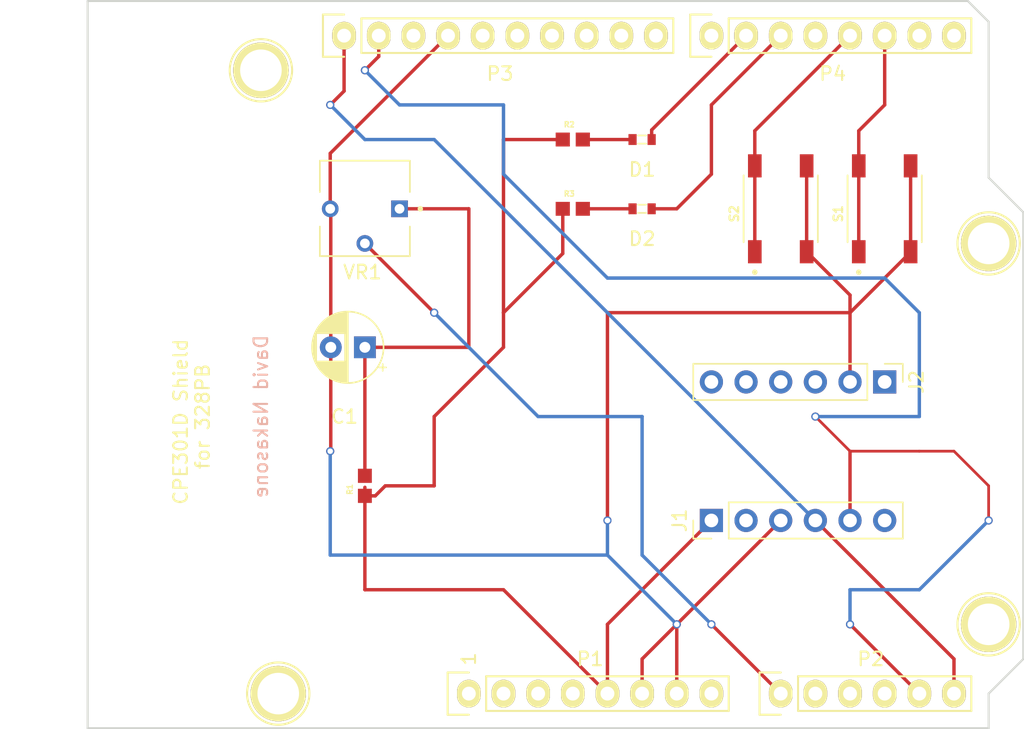
<source format=kicad_pcb>
(kicad_pcb (version 20211014) (generator pcbnew)
  (title_block (date "lun. 30 mars 2015"))
  (layers (0 "F.Cu" signal) (31 "B.Cu" signal) (34 "B.Paste" user) (35 "F.Paste" user) (36 "B.SilkS" user "B.Silkscreen") (37 "F.SilkS" user "F.Silkscreen") (38 "B.Mask" user) (39 "F.Mask" user) (44 "Edge.Cuts" user))
  (net 0 "")
  (net 1 "/IOREF")
  (net 2 "/Reset")
  (net 3 "+5V")
  (net 4 "GND")
  (net 5 "/Vin")
  (net 6 "/A0")
  (net 7 "/A1")
  (net 8 "/A2")
  (net 9 "/A3")
  (net 10 "/AREF")
  (net 11 "/A4(SDA)")
  (net 12 "/A5(SCL)")
  (net 13 "/9(**)")
  (net 14 "/8")
  (net 15 "/7")
  (net 16 "/6(**)")
  (net 17 "/5(**)")
  (net 18 "/4")
  (net 19 "/3(**)")
  (net 20 "/2")
  (net 21 "/1(Tx)")
  (net 22 "/0(Rx)")
  (net 23 "Net-(C1-Pad1)")
  (net 24 "Net-(D1-Pad2)")
  (net 25 "Net-(D2-Pad2)")
  (net 27 "/13(SCK)")
  (net 30 "+3V3")
  (net 31 "/12(MISO)")
  (net 37 "/11(**{slash}MOSI)")
  (net 38 "/10(**{slash}SS)")
  (footprint "Socket_Arduino_Uno:Socket_Strip_Arduino_1x08" (layer "F.Cu") (at 138.938 123.825)
    (fp_text reference "P1" (at 8.89 -2.54) (layer "F.SilkS"))
    (fp_text value "Power")
    (fp_line (start 19.05 1.27) (end 19.05 -1.27) (layer "F.SilkS") (width 0.15))
    (fp_line (start 1.27 1.27) (end 19.05 1.27) (layer "F.SilkS") (width 0.15))
    (fp_line (start 19.05 -1.27) (end 1.27 -1.27) (layer "F.SilkS") (width 0.15))
    (fp_line (start 0 -1.55) (end -1.55 -1.55) (layer "F.SilkS") (width 0.15))
    (fp_line (start -1.55 -1.55) (end -1.55 1.55) (layer "F.SilkS") (width 0.15))
    (fp_line (start -1.55 1.55) (end 0 1.55) (layer "F.SilkS") (width 0.15))
    (fp_line (start 1.27 1.27) (end 1.27 -1.27) (layer "F.SilkS") (width 0.15))
    (pad "1" thru_hole oval locked (at 0 0) (size 1.7272 2.032) (drill 1.016) (layers *.Cu *.Mask "F.SilkS"))
    (pad "2" thru_hole oval locked (at 2.54 0) (size 1.7272 2.032) (drill 1.016) (layers *.Cu *.Mask "F.SilkS") (net 1 "/IOREF"))
    (pad "3" thru_hole oval locked (at 5.08 0) (size 1.7272 2.032) (drill 1.016) (layers *.Cu *.Mask "F.SilkS") (net 2 "/Reset"))
    (pad "4" thru_hole oval locked (at 7.62 0) (size 1.7272 2.032) (drill 1.016) (layers *.Cu *.Mask "F.SilkS") (net 30 "+3V3"))
    (pad "5" thru_hole oval locked (at 10.16 0) (size 1.7272 2.032) (drill 1.016) (layers *.Cu *.Mask "F.SilkS") (net 3 "+5V"))
    (pad "6" thru_hole oval locked (at 12.7 0) (size 1.7272 2.032) (drill 1.016) (layers *.Cu *.Mask "F.SilkS") (net 4 "GND"))
    (pad "7" thru_hole oval locked (at 15.24 0) (size 1.7272 2.032) (drill 1.016) (layers *.Cu *.Mask "F.SilkS") (net 4 "GND"))
    (pad "8" thru_hole oval locked (at 17.78 0) (size 1.7272 2.032) (drill 1.016) (layers *.Cu *.Mask "F.SilkS") (net 5 "/Vin"))
  )
  (footprint "Socket_Arduino_Uno:Socket_Strip_Arduino_1x06" (layer "F.Cu") (at 161.798 123.825)
    (fp_text reference "P2" (at 6.604 -2.54) (layer "F.SilkS"))
    (fp_text value "Analog")
    (fp_line (start 1.27 1.27) (end 1.27 -1.27) (layer "F.SilkS") (width 0.15))
    (fp_line (start 0 -1.55) (end -1.55 -1.55) (layer "F.SilkS") (width 0.15))
    (fp_line (start 13.97 -1.27) (end 1.27 -1.27) (layer "F.SilkS") (width 0.15))
    (fp_line (start 1.27 1.27) (end 13.97 1.27) (layer "F.SilkS") (width 0.15))
    (fp_line (start 13.97 1.27) (end 13.97 -1.27) (layer "F.SilkS") (width 0.15))
    (fp_line (start -1.55 -1.55) (end -1.55 1.55) (layer "F.SilkS") (width 0.15))
    (fp_line (start -1.55 1.55) (end 0 1.55) (layer "F.SilkS") (width 0.15))
    (pad "1" thru_hole oval locked (at 0 0) (size 1.7272 2.032) (drill 1.016) (layers *.Cu *.Mask "F.SilkS") (net 6 "/A0"))
    (pad "2" thru_hole oval locked (at 2.54 0) (size 1.7272 2.032) (drill 1.016) (layers *.Cu *.Mask "F.SilkS") (net 7 "/A1"))
    (pad "3" thru_hole oval locked (at 5.08 0) (size 1.7272 2.032) (drill 1.016) (layers *.Cu *.Mask "F.SilkS") (net 8 "/A2"))
    (pad "4" thru_hole oval locked (at 7.62 0) (size 1.7272 2.032) (drill 1.016) (layers *.Cu *.Mask "F.SilkS") (net 9 "/A3"))
    (pad "5" thru_hole oval locked (at 10.16 0) (size 1.7272 2.032) (drill 1.016) (layers *.Cu *.Mask "F.SilkS") (net 11 "/A4(SDA)"))
    (pad "6" thru_hole oval locked (at 12.7 0) (size 1.7272 2.032) (drill 1.016) (layers *.Cu *.Mask "F.SilkS") (net 12 "/A5(SCL)"))
  )
  (footprint "Socket_Arduino_Uno:Socket_Strip_Arduino_1x10" (layer "F.Cu") (at 129.794 75.565)
    (fp_text reference "P3" (at 11.43 2.794) (layer "F.SilkS"))
    (fp_text value "Digital")
    (fp_line (start -1.55 -1.55) (end -1.55 1.55) (layer "F.SilkS") (width 0.15))
    (fp_line (start 1.27 1.27) (end 24.13 1.27) (layer "F.SilkS") (width 0.15))
    (fp_line (start 24.13 1.27) (end 24.13 -1.27) (layer "F.SilkS") (width 0.15))
    (fp_line (start 24.13 -1.27) (end 1.27 -1.27) (layer "F.SilkS") (width 0.15))
    (fp_line (start 0 -1.55) (end -1.55 -1.55) (layer "F.SilkS") (width 0.15))
    (fp_line (start -1.55 1.55) (end 0 1.55) (layer "F.SilkS") (width 0.15))
    (fp_line (start 1.27 1.27) (end 1.27 -1.27) (layer "F.SilkS") (width 0.15))
    (pad "1" thru_hole oval locked (at 0 0) (size 1.7272 2.032) (drill 1.016) (layers *.Cu *.Mask "F.SilkS") (net 12 "/A5(SCL)"))
    (pad "2" thru_hole oval locked (at 2.54 0) (size 1.7272 2.032) (drill 1.016) (layers *.Cu *.Mask "F.SilkS") (net 11 "/A4(SDA)"))
    (pad "3" thru_hole oval locked (at 5.08 0) (size 1.7272 2.032) (drill 1.016) (layers *.Cu *.Mask "F.SilkS") (net 10 "/AREF"))
    (pad "4" thru_hole oval locked (at 7.62 0) (size 1.7272 2.032) (drill 1.016) (layers *.Cu *.Mask "F.SilkS") (net 4 "GND"))
    (pad "5" thru_hole oval locked (at 10.16 0) (size 1.7272 2.032) (drill 1.016) (layers *.Cu *.Mask "F.SilkS") (net 27 "/13(SCK)"))
    (pad "6" thru_hole oval locked (at 12.7 0) (size 1.7272 2.032) (drill 1.016) (layers *.Cu *.Mask "F.SilkS") (net 31 "/12(MISO)"))
    (pad "7" thru_hole oval locked (at 15.24 0) (size 1.7272 2.032) (drill 1.016) (layers *.Cu *.Mask "F.SilkS") (net 37 "/11(**{slash}MOSI)"))
    (pad "8" thru_hole oval locked (at 17.78 0) (size 1.7272 2.032) (drill 1.016) (layers *.Cu *.Mask "F.SilkS") (net 38 "/10(**{slash}SS)"))
    (pad "9" thru_hole oval locked (at 20.32 0) (size 1.7272 2.032) (drill 1.016) (layers *.Cu *.Mask "F.SilkS") (net 13 "/9(**)"))
    (pad "10" thru_hole oval locked (at 22.86 0) (size 1.7272 2.032) (drill 1.016) (layers *.Cu *.Mask "F.SilkS") (net 14 "/8"))
  )
  (footprint "Socket_Arduino_Uno:Socket_Strip_Arduino_1x08" (layer "F.Cu") (at 156.718 75.565)
    (fp_text reference "P4" (at 8.89 2.794) (layer "F.SilkS"))
    (fp_text value "Digital")
    (fp_line (start 19.05 -1.27) (end 1.27 -1.27) (layer "F.SilkS") (width 0.15))
    (fp_line (start -1.55 1.55) (end 0 1.55) (layer "F.SilkS") (width 0.15))
    (fp_line (start 1.27 1.27) (end 19.05 1.27) (layer "F.SilkS") (width 0.15))
    (fp_line (start 1.27 1.27) (end 1.27 -1.27) (layer "F.SilkS") (width 0.15))
    (fp_line (start 0 -1.55) (end -1.55 -1.55) (layer "F.SilkS") (width 0.15))
    (fp_line (start 19.05 1.27) (end 19.05 -1.27) (layer "F.SilkS") (width 0.15))
    (fp_line (start -1.55 -1.55) (end -1.55 1.55) (layer "F.SilkS") (width 0.15))
    (pad "1" thru_hole oval locked (at 0 0) (size 1.7272 2.032) (drill 1.016) (layers *.Cu *.Mask "F.SilkS") (net 15 "/7"))
    (pad "2" thru_hole oval locked (at 2.54 0) (size 1.7272 2.032) (drill 1.016) (layers *.Cu *.Mask "F.SilkS") (net 16 "/6(**)"))
    (pad "3" thru_hole oval locked (at 5.08 0) (size 1.7272 2.032) (drill 1.016) (layers *.Cu *.Mask "F.SilkS") (net 17 "/5(**)"))
    (pad "4" thru_hole oval locked (at 7.62 0) (size 1.7272 2.032) (drill 1.016) (layers *.Cu *.Mask "F.SilkS") (net 18 "/4"))
    (pad "5" thru_hole oval locked (at 10.16 0) (size 1.7272 2.032) (drill 1.016) (layers *.Cu *.Mask "F.SilkS") (net 19 "/3(**)"))
    (pad "6" thru_hole oval locked (at 12.7 0) (size 1.7272 2.032) (drill 1.016) (layers *.Cu *.Mask "F.SilkS") (net 20 "/2"))
    (pad "7" thru_hole oval locked (at 15.24 0) (size 1.7272 2.032) (drill 1.016) (layers *.Cu *.Mask "F.SilkS") (net 21 "/1(Tx)"))
    (pad "8" thru_hole oval locked (at 17.78 0) (size 1.7272 2.032) (drill 1.016) (layers *.Cu *.Mask "F.SilkS") (net 22 "/0(Rx)"))
  )
  (footprint "Socket_Arduino_Uno:Arduino_1pin" (layer "F.Cu") (at 124.968 123.825)
    (fp_text reference "P5" hide)
    (fp_text value "CONN_01X01" hide)
    (fp_circle (center 0 0) (end 0 -2.286) (layer "F.SilkS") (width 0.15) (fill none))
    (pad "1" thru_hole circle locked (at 0 0) (size 4.064 4.064) (drill 3.048) (layers *.Cu *.Mask "F.SilkS"))
  )
  (footprint "Socket_Arduino_Uno:Arduino_1pin" (layer "F.Cu") (at 177.038 118.745)
    (fp_text reference "P6" hide)
    (fp_text value "CONN_01X01" hide)
    (fp_circle (center 0 0) (end 0 -2.286) (layer "F.SilkS") (width 0.15) (fill none))
    (pad "1" thru_hole circle locked (at 0 0) (size 4.064 4.064) (drill 3.048) (layers *.Cu *.Mask "F.SilkS"))
  )
  (footprint "Socket_Arduino_Uno:Arduino_1pin" (layer "F.Cu") (at 123.698 78.105)
    (fp_text reference "P7" hide)
    (fp_text value "CONN_01X01" hide)
    (fp_circle (center 0 0) (end 0 -2.286) (layer "F.SilkS") (width 0.15) (fill none))
    (pad "1" thru_hole circle locked (at 0 0) (size 4.064 4.064) (drill 3.048) (layers *.Cu *.Mask "F.SilkS"))
  )
  (footprint "Socket_Arduino_Uno:Arduino_1pin" (layer "F.Cu") (at 177.038 90.805)
    (fp_text reference "P8" hide)
    (fp_text value "CONN_01X01" hide)
    (fp_circle (center 0 0) (end 0 -2.286) (layer "F.SilkS") (width 0.15) (fill none))
    (pad "1" thru_hole circle locked (at 0 0) (size 4.064 4.064) (drill 3.048) (layers *.Cu *.Mask "F.SilkS"))
  )
  (footprint "Connector_PinHeader_2.54mm:PinHeader_1x06_P2.54mm_Vertical" (layer "F.Cu") (at 169.418 100.965 -90)
    (fp_text reference "J2" (at 0 -2.33 90) (layer "F.SilkS"))
    (fp_text value "J2")
    (fp_line (start -1.33 14.03) (end 1.33 14.03) (layer "F.SilkS") (width 0.12))
    (fp_line (start -1.33 1.27) (end -1.33 14.03) (layer "F.SilkS") (width 0.12))
    (fp_line (start -1.33 0) (end -1.33 -1.33) (layer "F.SilkS") (width 0.12))
    (fp_line (start -1.33 1.27) (end 1.33 1.27) (layer "F.SilkS") (width 0.12))
    (fp_line (start 1.33 1.27) (end 1.33 14.03) (layer "F.SilkS") (width 0.12))
    (fp_line (start -1.33 -1.33) (end 0 -1.33) (layer "F.SilkS") (width 0.12))
    (pad "1" thru_hole rect (at 0 0 270) (size 1.7 1.7) (drill 1) (layers *.Cu *.Mask))
    (pad "2" thru_hole oval (at 0 2.54 270) (size 1.7 1.7) (drill 1) (layers *.Cu *.Mask) (net 4 "GND"))
    (pad "3" thru_hole oval (at 0 5.08 270) (size 1.7 1.7) (drill 1) (layers *.Cu *.Mask))
    (pad "4" thru_hole oval (at 0 7.62 270) (size 1.7 1.7) (drill 1) (layers *.Cu *.Mask))
    (pad "5" thru_hole oval (at 0 10.16 270) (size 1.7 1.7) (drill 1) (layers *.Cu *.Mask))
    (pad "6" thru_hole oval (at 0 12.7 270) (size 1.7 1.7) (drill 1) (layers *.Cu *.Mask))
  )
  (footprint "partz:RESC1607X60N" (layer "F.Cu") (at 146.558 88.265)
    (fp_text reference "R3" (at -0.26 -1.1) (layer "F.SilkS") (effects (font (size 0.393701 0.393701))))
    (fp_text value "RC0603JR-071KL")
    (pad "1" smd rect locked (at -0.735 0) (size 1.04 1.02) (layers "F.Cu" "F.Paste" "F.Mask") (net 3 "+5V"))
    (pad "2" smd rect locked (at 0.735 0) (size 1.04 1.02) (layers "F.Cu" "F.Paste" "F.Mask") (net 25 "Net-(D2-Pad2)"))
  )
  (footprint "Connector_PinHeader_2.54mm:PinHeader_1x06_P2.54mm_Vertical" (layer "F.Cu") (at 156.718 111.125 90)
    (fp_text reference "J1" (at 0 -2.33 90) (layer "F.SilkS"))
    (fp_text value "J1")
    (fp_line (start -1.33 -1.33) (end 0 -1.33) (layer "F.SilkS") (width 0.12))
    (fp_line (start -1.33 1.27) (end 1.33 1.27) (layer "F.SilkS") (width 0.12))
    (fp_line (start -1.33 1.27) (end -1.33 14.03) (layer "F.SilkS") (width 0.12))
    (fp_line (start 1.33 1.27) (end 1.33 14.03) (layer "F.SilkS") (width 0.12))
    (fp_line (start -1.33 0) (end -1.33 -1.33) (layer "F.SilkS") (width 0.12))
    (fp_line (start -1.33 14.03) (end 1.33 14.03) (layer "F.SilkS") (width 0.12))
    (pad "1" thru_hole rect (at 0 0 90) (size 1.7 1.7) (drill 1) (layers *.Cu *.Mask) (net 3 "+5V"))
    (pad "2" thru_hole oval (at 0 2.54 90) (size 1.7 1.7) (drill 1) (layers *.Cu *.Mask))
    (pad "3" thru_hole oval (at 0 5.08 90) (size 1.7 1.7) (drill 1) (layers *.Cu *.Mask) (net 4 "GND"))
    (pad "4" thru_hole oval (at 0 7.62 90) (size 1.7 1.7) (drill 1) (layers *.Cu *.Mask) (net 12 "/A5(SCL)"))
    (pad "5" thru_hole oval (at 0 10.16 90) (size 1.7 1.7) (drill 1) (layers *.Cu *.Mask) (net 11 "/A4(SDA)"))
    (pad "6" thru_hole oval (at 0 12.7 90) (size 1.7 1.7) (drill 1) (layers *.Cu *.Mask))
  )
  (footprint "digikey-footprints:0603" (layer "F.Cu") (at 151.638 83.185 180)
    (fp_text reference "D1" (at 0 -2.2) (layer "F.SilkS"))
    (fp_text value "LED1")
    (fp_line (start -0.3 0.3) (end 0.3 0.3) (layer "F.SilkS") (width 0.12))
    (fp_line (start -0.3 -0.3) (end 0.3 -0.3) (layer "F.SilkS") (width 0.12))
    (pad "1" smd rect locked (at -0.7 0 180) (size 0.6 0.8) (layers "F.Cu" "F.Paste" "F.Mask") (net 16 "/6(**)"))
    (pad "2" smd rect locked (at 0.7 0 180) (size 0.6 0.8) (layers "F.Cu" "F.Paste" "F.Mask") (net 24 "Net-(D1-Pad2)"))
  )
  (footprint "digikey-footprints:0603" (layer "F.Cu") (at 151.638 88.265 180)
    (fp_text reference "D2" (at 0 -2.2) (layer "F.SilkS"))
    (fp_text value "LED2")
    (fp_line (start -0.3 0.3) (end 0.3 0.3) (layer "F.SilkS") (width 0.12))
    (fp_line (start -0.3 -0.3) (end 0.3 -0.3) (layer "F.SilkS") (width 0.12))
    (pad "1" smd rect locked (at -0.7 0 180) (size 0.6 0.8) (layers "F.Cu" "F.Paste" "F.Mask") (net 17 "/5(**)"))
    (pad "2" smd rect locked (at 0.7 0 180) (size 0.6 0.8) (layers "F.Cu" "F.Paste" "F.Mask") (net 25 "Net-(D2-Pad2)"))
  )
  (footprint "partz:RESC1607X60N" (layer "F.Cu") (at 146.558 83.185)
    (fp_text reference "R2" (at -0.26 -1.1) (layer "F.SilkS") (effects (font (size 0.393701 0.393701))))
    (fp_text value "RC0603JR-071KL")
    (pad "1" smd rect locked (at -0.735 0) (size 1.04 1.02) (layers "F.Cu" "F.Paste" "F.Mask") (net 3 "+5V"))
    (pad "2" smd rect locked (at 0.735 0) (size 1.04 1.02) (layers "F.Cu" "F.Paste" "F.Mask") (net 24 "Net-(D1-Pad2)"))
  )
  (footprint "Capacitor_THT:CP_Radial_D5.0mm_P2.50mm" (layer "F.Cu") (at 131.318 98.425 180)
    (fp_text reference "C1" (at 1.49 -5.08) (layer "F.SilkS"))
    (fp_text value "100nF")
    (fp_line (start 1.57 1.04) (end 1.57 2.561) (layer "F.SilkS") (width 0.12))
    (fp_line (start 3.531 1.04) (end 3.531 1.251) (layer "F.SilkS") (width 0.12))
    (fp_line (start 2.331 1.04) (end 2.331 2.348) (layer "F.SilkS") (width 0.12))
    (fp_line (start 3.331 -1.554) (end 3.331 -1.04) (layer "F.SilkS") (width 0.12))
    (fp_line (start 2.171 -2.414) (end 2.171 -1.04) (layer "F.SilkS") (width 0.12))
    (fp_line (start 3.851 -0.284) (end 3.851 0.284) (layer "F.SilkS") (width 0.12))
    (fp_line (start 2.571 -2.224) (end 2.571 -1.04) (layer "F.SilkS") (width 0.12))
    (fp_line (start 2.171 1.04) (end 2.171 2.414) (layer "F.SilkS") (width 0.12))
    (fp_line (start 3.691 -0.915) (end 3.691 0.915) (layer "F.SilkS") (width 0.12))
    (fp_line (start 2.491 1.04) (end 2.491 2.268) (layer "F.SilkS") (width 0.12))
    (fp_line (start 3.251 -1.653) (end 3.251 -1.04) (layer "F.SilkS") (width 0.12))
    (fp_line (start 1.53 -2.565) (end 1.53 -1.04) (layer "F.SilkS") (width 0.12))
    (fp_line (start 2.731 -2.122) (end 2.731 -1.04) (layer "F.SilkS") (width 0.12))
    (fp_line (start 2.211 -2.398) (end 2.211 -1.04) (layer "F.SilkS") (width 0.12))
    (fp_line (start 1.971 -2.48) (end 1.971 -1.04) (layer "F.SilkS") (width 0.12))
    (fp_line (start 1.69 -2.543) (end 1.69 -1.04) (layer "F.SilkS") (width 0.12))
    (fp_line (start 3.371 1.04) (end 3.371 1.5) (layer "F.SilkS") (width 0.12))
    (fp_line (start 3.611 -1.098) (end 3.611 1.098) (layer "F.SilkS") (width 0.12))
    (fp_line (start 1.85 -2.511) (end 1.85 -1.04) (layer "F.SilkS") (width 0.12))
    (fp_line (start 1.93 -2.491) (end 1.93 -1.04) (layer "F.SilkS") (width 0.12))
    (fp_line (start 3.291 -1.605) (end 3.291 -1.04) (layer "F.SilkS") (width 0.12))
    (fp_line (start 1.69 1.04) (end 1.69 2.543) (layer "F.SilkS") (width 0.12))
    (fp_line (start 2.971 1.04) (end 2.971 1.937) (layer "F.SilkS") (width 0.12))
    (fp_line (start 2.331 -2.348) (end 2.331 -1.04) (layer "F.SilkS") (width 0.12))
    (fp_line (start 2.531 1.04) (end 2.531 2.247) (layer "F.SilkS") (width 0.12))
    (fp_line (start 1.81 -2.52) (end 1.81 -1.04) (layer "F.SilkS") (width 0.12))
    (fp_line (start 1.29 -2.58) (end 1.29 2.58) (layer "F.SilkS") (width 0.12))
    (fp_line (start 2.411 -2.31) (end 2.411 -1.04) (layer "F.SilkS") (width 0.12))
    (fp_line (start 3.171 1.04) (end 3.171 1.743) (layer "F.SilkS") (width 0.12))
    (fp_line (start 3.331 1.04) (end 3.331 1.554) (layer "F.SilkS") (width 0.12))
    (fp_line (start 1.61 1.04) (end 1.61 2.556) (layer "F.SilkS") (width 0.12))
    (fp_line (start 2.891 -2.004) (end 2.891 -1.04) (layer "F.SilkS") (width 0.12))
    (fp_line (start 2.691 1.04) (end 2.691 2.149) (layer "F.SilkS") (width 0.12))
    (fp_line (start 2.451 1.04) (end 2.451 2.29) (layer "F.SilkS") (width 0.12))
    (fp_line (start 3.051 -1.864) (end 3.051 -1.04) (layer "F.SilkS") (width 0.12))
    (fp_line (start 2.771 -2.095) (end 2.771 -1.04) (layer "F.SilkS") (width 0.12))
    (fp_line (start 1.49 1.04) (end 1.49 2.569) (layer "F.SilkS") (width 0.12))
    (fp_line (start 2.291 -2.365) (end 2.291 -1.04) (layer "F.SilkS") (width 0.12))
    (fp_line (start 3.651 -1.011) (end 3.651 1.011) (layer "F.SilkS") (width 0.12))
    (fp_line (start 2.891 1.04) (end 2.891 2.004) (layer "F.SilkS") (width 0.12))
    (fp_line (start 3.291 1.04) (end 3.291 1.605) (layer "F.SilkS") (width 0.12))
    (fp_line (start 2.651 1.04) (end 2.651 2.175) (layer "F.SilkS") (width 0.12))
    (fp_line (start 3.451 1.04) (end 3.451 1.383) (layer "F.SilkS") (width 0.12))
    (fp_line (start 3.811 -0.518) (end 3.811 0.518) (layer "F.SilkS") (width 0.12))
    (fp_line (start 3.211 -1.699) (end 3.211 -1.04) (layer "F.SilkS") (width 0.12))
    (fp_line (start 3.491 1.04) (end 3.491 1.319) (layer "F.SilkS") (width 0.12))
    (fp_line (start 2.531 -2.247) (end 2.531 -1.04) (layer "F.SilkS") (width 0.12))
    (fp_line (start 1.77 1.04) (end 1.77 2.528) (layer "F.SilkS") (width 0.12))
    (fp_line (start 2.771 1.04) (end 2.771 2.095) (layer "F.SilkS") (width 0.12))
    (fp_line (start 1.65 1.04) (end 1.65 2.55) (layer "F.SilkS") (width 0.12))
    (fp_line (start 3.731 -0.805) (end 3.731 0.805) (layer "F.SilkS") (width 0.12))
    (fp_line (start 1.89 1.04) (end 1.89 2.501) (layer "F.SilkS") (width 0.12))
    (fp_line (start 3.131 1.04) (end 3.131 1.785) (layer "F.SilkS") (width 0.12))
    (fp_line (start 2.091 1.04) (end 2.091 2.442) (layer "F.SilkS") (width 0.12))
    (fp_line (start 3.411 1.04) (end 3.411 1.443) (layer "F.SilkS") (width 0.12))
    (fp_line (start 1.45 -2.573) (end 1.45 2.573) (layer "F.SilkS") (width 0.12))
    (fp_line (start 3.091 1.04) (end 3.091 1.826) (layer "F.SilkS") (width 0.12))
    (fp_line (start 1.65 -2.55) (end 1.65 -1.04) (layer "F.SilkS") (width 0.12))
    (fp_line (start 2.611 -2.2) (end 2.611 -1.04) (layer "F.SilkS") (width 0.12))
    (fp_line (start 3.251 1.04) (end 3.251 1.653) (layer "F.SilkS") (width 0.12))
    (fp_line (start 3.771 -0.677) (end 3.771 0.677) (layer "F.SilkS") (width 0.12))
    (fp_line (start 2.811 -2.065) (end 2.811 -1.04) (layer "F.SilkS") (width 0.12))
    (fp_line (start 2.371 -2.329) (end 2.371 -1.04) (layer "F.SilkS") (width 0.12))
    (fp_line (start 2.611 1.04) (end 2.611 2.2) (layer "F.SilkS") (width 0.12))
    (fp_line (start 2.451 -2.29) (end 2.451 -1.04) (layer "F.SilkS") (width 0.12))
    (fp_line (start 2.811 1.04) (end 2.811 2.065) (layer "F.SilkS") (width 0.12))
    (fp_line (start 1.53 1.04) (end 1.53 2.565) (layer "F.SilkS") (width 0.12))
    (fp_line (start 3.411 -1.443) (end 3.411 -1.04) (layer "F.SilkS") (width 0.12))
    (fp_line (start 2.571 1.04) (end 2.571 2.224) (layer "F.SilkS") (width 0.12))
    (fp_line (start 3.211 1.04) (end 3.211 1.699) (layer "F.SilkS") (width 0.12))
    (fp_line (start 1.49 -2.569) (end 1.49 -1.04) (layer "F.SilkS") (width 0.12))
    (fp_line (start 2.691 -2.149) (end 2.691 -1.04) (layer "F.SilkS") (width 0.12))
    (fp_line (start 2.131 1.04) (end 2.131 2.428) (layer "F.SilkS") (width 0.12))
    (fp_line (start 1.93 1.04) (end 1.93 2.491) (layer "F.SilkS") (width 0.12))
    (fp_line (start 2.371 1.04) (end 2.371 2.329) (layer "F.SilkS") (width 0.12))
    (fp_line (start 2.211 1.04) (end 2.211 2.398) (layer "F.SilkS") (width 0.12))
    (fp_line (start 2.291 1.04) (end 2.291 2.365) (layer "F.SilkS") (width 0.12))
    (fp_line (start 3.011 1.04) (end 3.011 1.901) (layer "F.SilkS") (width 0.12))
    (fp_line (start 2.051 1.04) (end 2.051 2.455) (layer "F.SilkS") (width 0.12))
    (fp_line (start 1.971 1.04) (end 1.971 2.48) (layer "F.SilkS") (width 0.12))
    (fp_line (start 1.61 -2.556) (end 1.61 -1.04) (layer "F.SilkS") (width 0.12))
    (fp_line (start 2.651 -2.175) (end 2.651 -1.04) (layer "F.SilkS") (width 0.12))
    (fp_line (start 1.81 1.04) (end 1.81 2.52) (layer "F.SilkS") (width 0.12))
    (fp_line (start 2.131 -2.428) (end 2.131 -1.04) (layer "F.SilkS") (width 0.12))
    (fp_line (start -1.304775 -1.725) (end -1.304775 -1.225) (layer "F.SilkS") (width 0.12))
    (fp_line (start 3.011 -1.901) (end 3.011 -1.04) (layer "F.SilkS") (width 0.12))
    (fp_line (start 2.251 -2.382) (end 2.251 -1.04) (layer "F.SilkS") (width 0.12))
    (fp_line (start 3.571 -1.178) (end 3.571 1.178) (layer "F.SilkS") (width 0.12))
    (fp_line (start 2.051 -2.455) (end 2.051 -1.04) (layer "F.SilkS") (width 0.12))
    (fp_line (start 2.411 1.04) (end 2.411 2.31) (layer "F.SilkS") (width 0.12))
    (fp_line (start 3.371 -1.5) (end 3.371 -1.04) (layer "F.SilkS") (width 0.12))
    (fp_line (start 1.25 -2.58) (end 1.25 2.58) (layer "F.SilkS") (width 0.12))
    (fp_line (start -1.554775 -1.475) (end -1.054775 -1.475) (layer "F.SilkS") (width 0.12))
    (fp_line (start 2.011 1.04) (end 2.011 2.468) (layer "F.SilkS") (width 0.12))
    (fp_line (start 2.851 1.04) (end 2.851 2.035) (layer "F.SilkS") (width 0.12))
    (fp_line (start 1.85 1.04) (end 1.85 2.511) (layer "F.SilkS") (width 0.12))
    (fp_line (start 3.091 -1.826) (end 3.091 -1.04) (layer "F.SilkS") (width 0.12))
    (fp_line (start 1.73 -2.536) (end 1.73 -1.04) (layer "F.SilkS") (width 0.12))
    (fp_line (start 2.011 -2.468) (end 2.011 -1.04) (layer "F.SilkS") (width 0.12))
    (fp_line (start 1.89 -2.501) (end 1.89 -1.04) (layer "F.SilkS") (width 0.12))
    (fp_line (start 1.73 1.04) (end 1.73 2.536) (layer "F.SilkS") (width 0.12))
    (fp_line (start 2.851 -2.035) (end 2.851 -1.04) (layer "F.SilkS") (width 0.12))
    (fp_line (start 2.251 1.04) (end 2.251 2.382) (layer "F.SilkS") (width 0.12))
    (fp_line (start 1.57 -2.561) (end 1.57 -1.04) (layer "F.SilkS") (width 0.12))
    (fp_line (start 3.131 -1.785) (end 3.131 -1.04) (layer "F.SilkS") (width 0.12))
    (fp_line (start 3.531 -1.251) (end 3.531 -1.04) (layer "F.SilkS") (width 0.12))
    (fp_line (start 3.451 -1.383) (end 3.451 -1.04) (layer "F.SilkS") (width 0.12))
    (fp_line (start 2.931 1.04) (end 2.931 1.971) (layer "F.SilkS") (width 0.12))
    (fp_line (start 2.491 -2.268) (end 2.491 -1.04) (layer "F.SilkS") (width 0.12))
    (fp_line (start 2.731 1.04) (end 2.731 2.122) (layer "F.SilkS") (width 0.12))
    (fp_line (start 2.971 -1.937) (end 2.971 -1.04) (layer "F.SilkS") (width 0.12))
    (fp_line (start 1.41 -2.576) (end 1.41 2.576) (layer "F.SilkS") (width 0.12))
    (fp_line (start 3.491 -1.319) (end 3.491 -1.04) (layer "F.SilkS") (width 0.12))
    (fp_line (start 1.33 -2.579) (end 1.33 2.579) (layer "F.SilkS") (width 0.12))
    (fp_line (start 1.37 -2.578) (end 1.37 2.578) (layer "F.SilkS") (width 0.12))
    (fp_line (start 2.931 -1.971) (end 2.931 -1.04) (layer "F.SilkS") (width 0.12))
    (fp_line (start 1.77 -2.528) (end 1.77 -1.04) (layer "F.SilkS") (width 0.12))
    (fp_line (start 2.091 -2.442) (end 2.091 -1.04) (layer "F.SilkS") (width 0.12))
    (fp_line (start 3.051 1.04) (end 3.051 1.864) (layer "F.SilkS") (width 0.12))
    (fp_line (start 3.171 -1.743) (end 3.171 -1.04) (layer "F.SilkS") (width 0.12))
    (fp_circle (center 1.25 0) (end 3.87 0) (layer "F.SilkS") (width 0.12) (fill none))
    (pad "1" thru_hole rect (at 0 0 180) (size 1.6 1.6) (drill 0.8) (layers *.Cu *.Mask) (net 23 "Net-(C1-Pad1)"))
    (pad "2" thru_hole circle (at 2.5 0 180) (size 1.6 1.6) (drill 0.8) (layers *.Cu *.Mask) (net 4 "GND"))
  )
  (footprint "partz:SW_8-1437565-1" (layer "F.Cu") (at 161.798 88.265 90)
    (fp_text reference "S2" (at -0.368 -3.4064 90) (layer "F.SilkS") (effects (font (size 0.64 0.64))))
    (fp_text value "SW2")
    (fp_line (start 2.45 -2.72) (end -2.45 -2.72) (layer "F.SilkS") (width 0.127))
    (fp_line (start 2.45 2.72) (end -2.45 2.72) (layer "F.SilkS") (width 0.127))
    (fp_circle (center -4.65 -1.9) (end -4.55 -1.9) (layer "F.SilkS") (width 0.2) (fill none))
    (pad "1" smd rect locked (at -3.15 -1.9 90) (size 1.7 1) (layers "F.Cu" "F.Paste" "F.Mask") (net 19 "/3(**)"))
    (pad "2" smd rect locked (at 3.15 -1.9 90) (size 1.7 1) (layers "F.Cu" "F.Paste" "F.Mask") (net 19 "/3(**)"))
    (pad "3" smd rect locked (at -3.15 1.9 90) (size 1.7 1) (layers "F.Cu" "F.Paste" "F.Mask") (net 4 "GND"))
    (pad "4" smd rect locked (at 3.15 1.9 90) (size 1.7 1) (layers "F.Cu" "F.Paste" "F.Mask") (net 4 "GND"))
  )
  (footprint "partz:SW_8-1437565-1" (layer "F.Cu") (at 169.418 88.265 90)
    (fp_text reference "S1" (at -0.368 -3.4064 90) (layer "F.SilkS") (effects (font (size 0.64 0.64))))
    (fp_text value "SW1")
    (fp_line (start 2.45 -2.72) (end -2.45 -2.72) (layer "F.SilkS") (width 0.127))
    (fp_line (start 2.45 2.72) (end -2.45 2.72) (layer "F.SilkS") (width 0.127))
    (fp_circle (center -4.65 -1.9) (end -4.55 -1.9) (layer "F.SilkS") (width 0.2) (fill none))
    (pad "1" smd rect locked (at -3.15 -1.9 90) (size 1.7 1) (layers "F.Cu" "F.Paste" "F.Mask") (net 20 "/2"))
    (pad "2" smd rect locked (at 3.15 -1.9 90) (size 1.7 1) (layers "F.Cu" "F.Paste" "F.Mask") (net 20 "/2"))
    (pad "3" smd rect locked (at -3.15 1.9 90) (size 1.7 1) (layers "F.Cu" "F.Paste" "F.Mask") (net 4 "GND"))
    (pad "4" smd rect locked (at 3.15 1.9 90) (size 1.7 1) (layers "F.Cu" "F.Paste" "F.Mask") (net 4 "GND"))
  )
  (footprint "partz:RESC1607X60N" (layer "F.Cu") (at 131.318 108.585 90)
    (fp_text reference "R1" (at -0.26 -1.1 90) (layer "F.SilkS") (effects (font (size 0.393701 0.393701))))
    (fp_text value "RC0603JR-071KL")
    (pad "1" smd rect locked (at -0.735 0 90) (size 1.04 1.02) (layers "F.Cu" "F.Paste" "F.Mask") (net 3 "+5V"))
    (pad "2" smd rect locked (at 0.735 0 90) (size 1.04 1.02) (layers "F.Cu" "F.Paste" "F.Mask") (net 23 "Net-(C1-Pad1)"))
  )
  (footprint "partz:TRIM_3362P-1-103LF" (layer "F.Cu") (at 131.318 88.265 180)
    (fp_text reference "VR1" (at 0.17547 -4.64779) (layer "F.SilkS") (effects (font (size 1.002756 1.002756))))
    (fp_text value "3362P-1-103LF")
    (fp_line (start -3.3 3.52) (end -3.3 1.235) (layer "F.SilkS") (width 0.127))
    (fp_line (start 3.3 1.235) (end 3.3 3.52) (layer "F.SilkS") (width 0.127))
    (fp_line (start 3.3 -3.47) (end 3.3 -1.305) (layer "F.SilkS") (width 0.127))
    (fp_line (start -3.3 -3.47) (end 3.3 -3.47) (layer "F.SilkS") (width 0.127))
    (fp_line (start 3.3 3.53) (end -3.3 3.53) (layer "F.SilkS") (width 0.127))
    (fp_line (start -3.3 -1.305) (end -3.3 -3.47) (layer "F.SilkS") (width 0.127))
    (fp_circle (center -4.064 0) (end -3.964 0) (layer "F.SilkS") (width 0.2) (fill none))
    (pad "1" thru_hole rect locked (at -2.54 0 180) (size 1.222 1.222) (drill 0.714) (layers *.Cu *.Mask) (net 23 "Net-(C1-Pad1)"))
    (pad "2" thru_hole circle locked (at 0 -2.54 180) (size 1.222 1.222) (drill 0.714) (layers *.Cu *.Mask) (net 6 "/A0"))
    (pad "3" thru_hole circle locked (at 2.54 0 180) (size 1.222 1.222) (drill 0.714) (layers *.Cu *.Mask) (net 4 "GND"))
  )
  (gr_line (start 179.578 88.519) (end 177.038 85.979) (layer "Edge.Cuts") (width 0.15))
  (gr_line (start 177.038 126.365) (end 177.038 123.825) (layer "Edge.Cuts") (width 0.15))
  (gr_line (start 177.038 74.549) (end 175.514 73.025) (layer "Edge.Cuts") (width 0.15))
  (gr_line (start 177.038 123.825) (end 179.578 121.285) (layer "Edge.Cuts") (width 0.15))
  (gr_line (start 110.998 73.025) (end 110.998 126.365) (layer "Edge.Cuts") (width 0.15))
  (gr_line (start 179.578 121.285) (end 179.578 88.519) (layer "Edge.Cuts") (width 0.15))
  (gr_line (start 110.998 126.365) (end 177.038 126.365) (layer "Edge.Cuts") (width 0.15))
  (gr_line (start 175.514 73.025) (end 110.998 73.025) (layer "Edge.Cuts") (width 0.15))
  (gr_line (start 177.038 85.979) (end 177.038 74.549) (layer "Edge.Cuts") (width 0.15))
  (gr_text "David Nakasone" (at 123.698 103.505 90) (layer "B.SilkS") (effects (font (size 1 1)) (justify mirror)))
  (gr_text "CPE301D Shield \nfor 328PB" (at 118.618 103.505 90) (layer "F.SilkS") (effects (font (size 1 1))))
  (gr_text "1" (at 138.938 121.285 90) (layer "F.SilkS") (effects (font (size 1 1))))
  (segment (start 132.813 108.585) (end 136.398 108.585) (width 0.25) (layer "F.Cu") (net 3))
  (segment (start 141.478 116.205) (end 131.318 116.205) (width 0.25) (layer "F.Cu") (net 3))
  (segment (start 149.098 123.825) (end 141.478 116.205) (width 0.25) (layer "F.Cu") (net 3))
  (segment (start 141.478 83.185) (end 145.823 83.185) (width 0.25) (layer "F.Cu") (net 3))
  (segment (start 145.823 91.54) (end 145.823 88.265) (width 0.25) (layer "F.Cu") (net 3))
  (segment (start 141.478 95.885) (end 145.823 91.54) (width 0.25) (layer "F.Cu") (net 3))
  (segment (start 131.318 109.32) (end 132.078 109.32) (width 0.25) (layer "F.Cu") (net 3))
  (segment (start 141.478 98.425) (end 141.478 95.885) (width 0.25) (layer "F.Cu") (net 3))
  (segment (start 132.078 109.32) (end 132.813 108.585) (width 0.25) (layer "F.Cu") (net 3))
  (segment (start 141.478 95.885) (end 141.478 83.185) (width 0.25) (layer "F.Cu") (net 3))
  (segment (start 149.098 123.825) (end 149.098 118.745) (width 0.25) (layer "F.Cu") (net 3))
  (segment (start 136.398 108.585) (end 136.398 103.505) (width 0.25) (layer "F.Cu") (net 3))
  (segment (start 131.318 116.205) (end 131.318 108.694511) (width 0.25) (layer "F.Cu") (net 3))
  (segment (start 149.098 118.745) (end 156.718 111.125) (width 0.25) (layer "F.Cu") (net 3))
  (segment (start 136.398 103.505) (end 141.478 98.425) (width 0.25) (layer "F.Cu") (net 3))
  (segment (start 166.878 94.595) (end 163.698 91.415) (width 0.25) (layer "F.Cu") (net 4))
  (segment (start 149.098 95.885) (end 149.098 111.125) (width 0.25) (layer "F.Cu") (net 4))
  (segment (start 151.638 121.285) (end 154.178 118.745) (width 0.25) (layer "F.Cu") (net 4))
  (segment (start 171.318 85.115) (end 171.318 91.415) (width 0.25) (layer "F.Cu") (net 4))
  (segment (start 171.318 91.415) (end 171.318 91.445) (width 0.25) (layer "F.Cu") (net 4))
  (segment (start 161.798 111.125) (end 154.178 118.745) (width 0.25) (layer "F.Cu") (net 4))
  (segment (start 171.318 91.445) (end 166.878 95.885) (width 0.25) (layer "F.Cu") (net 4))
  (segment (start 128.778 88.265) (end 128.778 84.201) (width 0.25) (layer "F.Cu") (net 4))
  (segment (start 154.178 123.825) (end 154.178 118.745) (width 0.25) (layer "F.Cu") (net 4))
  (segment (start 128.818 98.425) (end 128.818 88.305) (width 0.25) (layer "F.Cu") (net 4))
  (segment (start 163.698 85.115) (end 163.698 91.415) (width 0.25) (layer "F.Cu") (net 4))
  (segment (start 166.878 95.885) (end 149.098 95.885) (width 0.25) (layer "F.Cu") (net 4))
  (segment (start 166.878 100.965) (end 166.878 94.595) (width 0.25) (layer "F.Cu") (net 4))
  (segment (start 128.778 84.201) (end 137.414 75.565) (width 0.25) (layer "F.Cu") (net 4))
  (segment (start 128.818 106.005) (end 128.778 106.045) (width 0.25) (layer "F.Cu") (net 4))
  (segment (start 128.818 88.305) (end 128.778 88.265) (width 0.25) (layer "F.Cu") (net 4))
  (segment (start 128.818 98.425) (end 128.818 106.005) (width 0.25) (layer "F.Cu") (net 4))
  (segment (start 151.638 123.825) (end 151.638 121.285) (width 0.25) (layer "F.Cu") (net 4))
  (via (at 149.098 111.125) (size 0.6) (drill 0.4) (layers "F.Cu" "B.Cu") (net 4))
  (via (at 128.778 106.045) (size 0.6) (drill 0.4) (layers "F.Cu" "B.Cu") (net 4))
  (via (at 154.178 118.745) (size 0.6) (drill 0.4) (layers "F.Cu" "B.Cu") (net 4))
  (segment (start 149.098 113.665) (end 154.178 118.745) (width 0.25) (layer "B.Cu") (net 4))
  (segment (start 128.778 113.665) (end 128.778 106.045) (width 0.25) (layer "B.Cu") (net 4))
  (segment (start 149.098 113.665) (end 128.778 113.665) (width 0.25) (layer "B.Cu") (net 4))
  (segment (start 149.098 111.125) (end 149.098 113.665) (width 0.25) (layer "B.Cu") (net 4))
  (segment (start 131.318 90.805) (end 136.398 95.885) (width 0.25) (layer "F.Cu") (net 6))
  (segment (start 161.798 123.825) (end 156.718 118.745) (width 0.25) (layer "F.Cu") (net 6))
  (via (at 136.398 95.885) (size 0.6) (drill 0.4) (layers "F.Cu" "B.Cu") (net 6))
  (via (at 156.718 118.745) (size 0.6) (drill 0.4) (layers "F.Cu" "B.Cu") (net 6))
  (segment (start 144.018 103.505) (end 151.638 103.505) (width 0.25) (layer "B.Cu") (net 6))
  (segment (start 151.638 113.665) (end 156.718 118.745) (width 0.25) (layer "B.Cu") (net 6))
  (segment (start 151.638 103.505) (end 151.638 113.665) (width 0.25) (layer "B.Cu") (net 6))
  (segment (start 136.398 95.885) (end 144.018 103.505) (width 0.25) (layer "B.Cu") (net 6))
  (segment (start 171.958 123.825) (end 166.878 118.745) (width 0.25) (layer "F.Cu") (net 11))
  (segment (start 132.334 75.565) (end 132.334 77.089) (width 0.25) (layer "F.Cu") (net 11))
  (segment (start 132.334 77.089) (end 131.318 78.105) (width 0.25) (layer "F.Cu") (net 11))
  (segment (start 174.498 106.045) (end 171.958 106.045) (width 0.2) (layer "F.Cu") (net 11))
  (segment (start 166.878 106.045) (end 164.338 103.505) (width 0.2) (layer "F.Cu") (net 11))
  (segment (start 177.038 108.585) (end 174.498 106.045) (width 0.2) (layer "F.Cu") (net 11))
  (segment (start 177.038 111.125) (end 177.038 108.585) (width 0.2) (layer "F.Cu") (net 11))
  (segment (start 171.958 106.045) (end 166.878 106.045) (width 0.2) (layer "F.Cu") (net 11))
  (segment (start 166.878 111.125) (end 166.878 106.045) (width 0.25) (layer "F.Cu") (net 11))
  (via (at 177.038 111.125) (size 0.6) (drill 0.4) (layers "F.Cu" "B.Cu") (net 11))
  (via (at 164.338 103.505) (size 0.6) (drill 0.4) (layers "F.Cu" "B.Cu") (net 11))
  (via (at 131.318 78.105) (size 0.6) (drill 0.4) (layers "F.Cu" "B.Cu") (net 11))
  (via (at 166.878 118.745) (size 0.6) (drill 0.4) (layers "F.Cu" "B.Cu") (net 11))
  (segment (start 171.958 116.205) (end 177.038 111.125) (width 0.25) (layer "B.Cu") (net 11))
  (segment (start 141.478 85.725) (end 149.098 93.345) (width 0.25) (layer "B.Cu") (net 11))
  (segment (start 171.958 116.205) (end 166.878 116.205) (width 0.25) (layer "B.Cu") (net 11))
  (segment (start 149.098 93.345) (end 169.418 93.345) (width 0.25) (layer "B.Cu") (net 11))
  (segment (start 171.958 95.885) (end 171.958 103.505) (width 0.25) (layer "B.Cu") (net 11))
  (segment (start 171.958 103.505) (end 164.338 103.505) (width 0.25) (layer "B.Cu") (net 11))
  (segment (start 166.878 116.205) (end 166.878 118.745) (width 0.25) (layer "B.Cu") (net 11))
  (segment (start 133.858 80.645) (end 141.478 80.645) (width 0.25) (layer "B.Cu") (net 11))
  (segment (start 141.478 80.645) (end 141.478 85.725) (width 0.25) (layer "B.Cu") (net 11))
  (segment (start 169.418 93.345) (end 171.958 95.885) (width 0.25) (layer "B.Cu") (net 11))
  (segment (start 131.318 78.105) (end 133.858 80.645) (width 0.25) (layer "B.Cu") (net 11))
  (segment (start 129.794 75.565) (end 129.794 79.629) (width 0.25) (layer "F.Cu") (net 12))
  (segment (start 174.498 121.285) (end 174.498 123.825) (width 0.25) (layer "F.Cu") (net 12))
  (segment (start 164.338 111.125) (end 174.498 121.285) (width 0.25) (layer "F.Cu") (net 12))
  (segment (start 129.794 79.629) (end 128.778 80.645) (width 0.25) (layer "F.Cu") (net 12))
  (via (at 128.778 80.645) (size 0.6) (drill 0.4) (layers "F.Cu" "B.Cu") (net 12))
  (segment (start 136.398 83.185) (end 164.338 111.125) (width 0.25) (layer "B.Cu") (net 12))
  (segment (start 128.778 80.645) (end 131.318 83.185) (width 0.25) (layer "B.Cu") (net 12))
  (segment (start 131.318 83.185) (end 136.398 83.185) (width 0.25) (layer "B.Cu") (net 12))
  (segment (start 152.338 83.185) (end 152.338 82.485) (width 0.25) (layer "F.Cu") (net 16))
  (segment (start 152.338 82.485) (end 159.258 75.565) (width 0.25) (layer "F.Cu") (net 16))
  (segment (start 152.338 88.265) (end 154.178 88.265) (width 0.25) (layer "F.Cu") (net 17))
  (segment (start 156.718 80.645) (end 161.798 75.565) (width 0.25) (layer "F.Cu") (net 17))
  (segment (start 154.178 88.265) (end 156.718 85.725) (width 0.25) (layer "F.Cu") (net 17))
  (segment (start 156.718 85.725) (end 156.718 80.645) (width 0.25) (layer "F.Cu") (net 17))
  (segment (start 159.898 85.115) (end 159.898 82.545) (width 0.25) (layer "F.Cu") (net 19))
  (segment (start 159.898 91.415) (end 159.898 85.115) (width 0.25) (layer "F.Cu") (net 19))
  (segment (start 159.898 82.545) (end 166.878 75.565) (width 0.25) (layer "F.Cu") (net 19))
  (segment (start 167.518 82.545) (end 169.418 80.645) (width 0.25) (layer "F.Cu") (net 20))
  (segment (start 167.518 85.115) (end 167.518 82.545) (width 0.25) (layer "F.Cu") (net 20))
  (segment (start 167.518 91.415) (end 167.518 85.115) (width 0.25) (layer "F.Cu") (net 20))
  (segment (start 169.418 80.645) (end 169.418 75.565) (width 0.25) (layer "F.Cu") (net 20))
  (segment (start 138.938 88.265) (end 133.858 88.265) (width 0.25) (layer "F.Cu") (net 23))
  (segment (start 138.938 98.425) (end 138.938 88.265) (width 0.25) (layer "F.Cu") (net 23))
  (segment (start 131.318 107.85) (end 131.318 98.425) (width 0.25) (layer "F.Cu") (net 23))
  (segment (start 131.318 98.425) (end 138.938 98.425) (width 0.25) (layer "F.Cu") (net 23))
  (segment (start 147.293 83.185) (end 150.938 83.185) (width 0.25) (layer "F.Cu") (net 24))
  (segment (start 150.938 88.265) (end 147.293 88.265) (width 0.25) (layer "F.Cu") (net 25))
)
</source>
